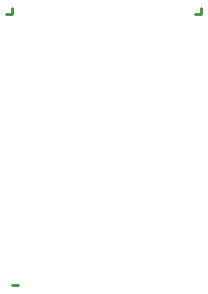
<source format=gm1>
G04*
G04 #@! TF.GenerationSoftware,Altium Limited,Altium Designer,20.0.10 (225)*
G04*
G04 Layer_Color=16711935*
%FSLAX24Y24*%
%MOIN*%
G70*
G01*
G75*
%ADD11C,0.0100*%
D11*
X54134Y19291D02*
X54331D01*
X54134Y28346D02*
Y28543D01*
Y28346D02*
X54134Y28346D01*
X53937D02*
X54134D01*
X60433Y28346D02*
Y28543D01*
Y28346D02*
X60433Y28346D01*
X60236D02*
X60433D01*
M02*

</source>
